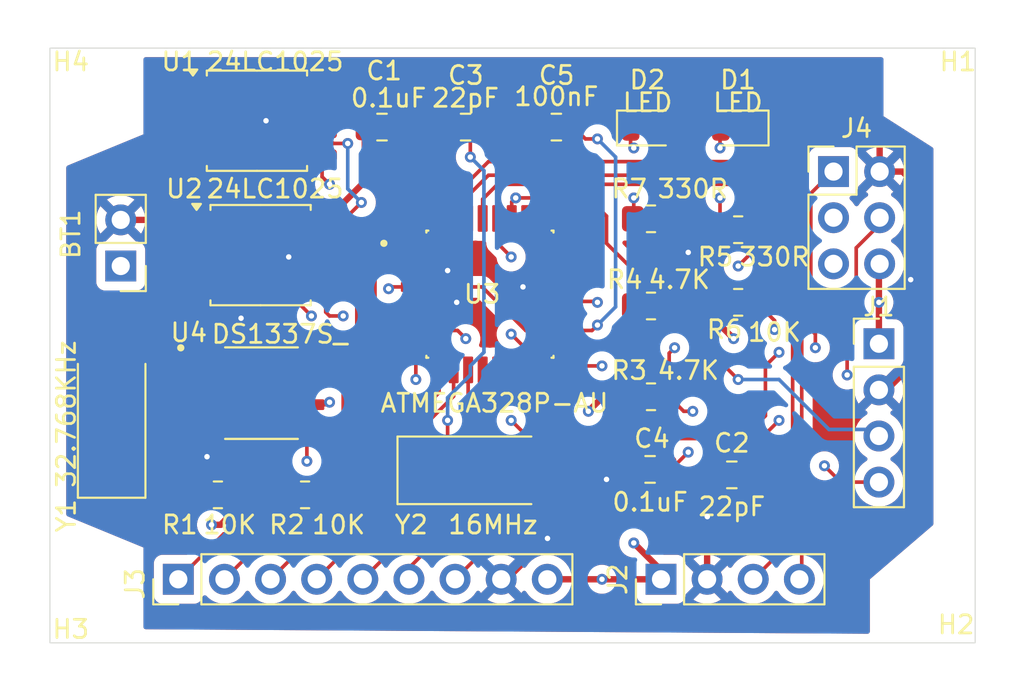
<source format=kicad_pcb>
(kicad_pcb (version 20241229) (generator "pcbnew") (generator_version "9.0")
  (title_block (title "MCU Datalogger") (date "2025-09-15") (company "Prtm"))
  (layers (0 "F.Cu" mixed) (4 "In1.Cu" mixed) (6 "In2.Cu" mixed) (2 "B.Cu" mixed) (13 "F.Paste" user) (15 "B.Paste" user) (5 "F.SilkS" user "F.Silkscreen") (7 "B.SilkS" user "B.Silkscreen") (1 "F.Mask" user) (3 "B.Mask" user) (25 "Edge.Cuts" user))
  (net 0 "")
  (net 1 "Net-(BT1-+)")
  (net 2 "GND")
  (net 3 "/VCC")
  (net 4 "Net-(U3-PB6)")
  (net 5 "Net-(U3-PB7)")
  (net 6 "Net-(U3-AREF)")
  (net 7 "Net-(D1-A)")
  (net 8 "Net-(D2-K)")
  (net 9 "Net-(U4-~{INTA})")
  (net 10 "Net-(U4-SQW{slash}~INT)")
  (net 11 "/SCK")
  (net 12 "/SDA")
  (net 13 "/RESET")
  (net 17 "/TX")
  (net 19 "/D4")
  (net 21 "/D7")
  (net 22 "/D6")
  (net 24 "/MOSI")
  (net 28 "/D8")
  (net 29 "/D3")
  (net 30 "/D5")
  (net 31 "/RX")
  (net 32 "/MISO")
  (net 33 "/D2")
  (net 34 "Net-(U4-X1)")
  (net 35 "Net-(U4-X2)")
  (footprint "Package_SO:SOIC-8_5.3x5.3mm_P1.27mm" (layer "F.Cu") (at 1952.75 2089)
    (property "Reference" "U1")
    (property "Value" "24LC1025")
  )
  (footprint "Connector_PinHeader_2.54mm:PinHeader_1x02_P2.54mm_Vertical" (layer "F.Cu") (at 1945.25 2097 180)
    (property "Reference" "BT1")
    (property "Value" "Battery")
  )
  (footprint "footprint:SOIC127P600X175-8N" (layer "F.Cu") (at 1953 2104)
    (property "Reference" "U4")
    (property "Value" "DS1337S_")
  )
  (footprint "Capacitor_SMD:C_0805_2012Metric" (layer "F.Cu") (at 1974.4 2108.2 180)
    (property "Reference" "C4")
    (property "Value" "0.1uF")
  )
  (footprint "Capacitor_SMD:C_0805_2012Metric" (layer "F.Cu") (at 1978.9 2108.5 180)
    (property "Reference" "C2")
    (property "Value" "22pF")
  )
  (footprint "MountingHole:MountingHole_2.1mm" (layer "F.Cu") (at 1943.75 2115.25)
    (property "Reference" "H3")
    (property "Value" "MountingHole")
  )
  (footprint "Capacitor_SMD:C_0805_2012Metric" (layer "F.Cu") (at 1964.2375 2089.35)
    (property "Reference" "C3")
    (property "Value" "22pF")
  )
  (footprint "MountingHole:MountingHole_2.1mm" (layer "F.Cu") (at 1989.75 2115.25)
    (property "Reference" "H2")
    (property "Value" "MountingHole")
  )
  (footprint "Package_SO:SOIC-8_5.3x5.3mm_P1.27mm" (layer "F.Cu") (at 1952.95 2096.4)
    (property "Reference" "U2")
    (property "Value" "24LC1025")
  )
  (footprint "Connector_PinHeader_2.54mm:PinHeader_1x04_P2.54mm_Vertical" (layer "F.Cu") (at 1987 2101.28)
    (property "Reference" "J1")
    (property "Value" "Conn_01x04_Pin")
  )
  (footprint "Resistor_SMD:R_0805_2012Metric_Pad1.20x1.40mm_HandSolder" (layer "F.Cu") (at 1974.45 2104.2)
    (property "Reference" "R3")
    (property "Value" "4.7K")
  )
  (footprint "Resistor_SMD:R_0805_2012Metric_Pad1.20x1.40mm_HandSolder" (layer "F.Cu") (at 1974.45 2099.2)
    (property "Reference" "R4")
    (property "Value" "4.7K")
  )
  (footprint "MountingHole:MountingHole_2.1mm" (layer "F.Cu") (at 1943.75 2087.5 90)
    (property "Reference" "H4")
    (property "Value" "MountingHole")
  )
  (footprint "Crystal:Crystal_SMD_5032-2Pin_5.0x3.2mm_HandSoldering" (layer "F.Cu") (at 1965.1 2108.25)
    (property "Reference" "Y2")
    (property "Value" "16MHz")
  )
  (footprint "Resistor_SMD:R_0805_2012Metric_Pad1.20x1.40mm_HandSolder" (layer "F.Cu") (at 1974.45 2094.4)
    (property "Reference" "R7")
    (property "Value" "330R")
  )
  (footprint "LED_SMD:LED_0805_2012Metric" (layer "F.Cu") (at 1979.2375 2089.4 180)
    (property "Reference" "D1")
    (property "Value" "LED")
  )
  (footprint "footprint:QFP80P900X900X120-32N" (layer "F.Cu") (at 1965.58 2098.55)
    (property "Reference" "U3")
    (property "Value" "ATMEGA328P-AU")
  )
  (footprint "Connector_PinHeader_2.54mm:PinHeader_1x09_P2.54mm_Vertical" (layer "F.Cu") (at 1948.42 2114.25 90)
    (property "Reference" "J3")
    (property "Value" "Conn_01x09_Pin")
  )
  (footprint "Resistor_SMD:R_0805_2012Metric_Pad1.20x1.40mm_HandSolder" (layer "F.Cu") (at 1955.4 2109.6)
    (property "Reference" "R2")
    (property "Value" "10K")
  )
  (footprint "Capacitor_SMD:C_0805_2012Metric" (layer "F.Cu") (at 1959.6375 2089.35)
    (property "Reference" "C1")
    (property "Value" "0.1uF")
  )
  (footprint "LED_SMD:LED_0805_2012Metric" (layer "F.Cu") (at 1974.2625 2089.4)
    (property "Reference" "D2")
    (property "Value" "LED")
  )
  (footprint "MountingHole:MountingHole_2.1mm" (layer "F.Cu") (at 1989.75 2087.5 180)
    (property "Reference" "H1")
    (property "Value" "MountingHole")
  )
  (footprint "Capacitor_SMD:C_0805_2012Metric" (layer "F.Cu") (at 1969.2375 2089.35 180)
    (property "Reference" "C5")
    (property "Value" "100nF")
  )
  (footprint "Connector_PinHeader_2.54mm:PinHeader_2x03_P2.54mm_Vertical" (layer "F.Cu") (at 1984.5 2091.8)
    (property "Reference" "J4")
    (property "Value" "Conn_02x03_Odd_Even")
  )
  (footprint "Resistor_SMD:R_0805_2012Metric_Pad1.20x1.40mm_HandSolder" (layer "F.Cu") (at 1979.25 2099)
    (property "Reference" "R6")
    (property "Value" "10K")
  )
  (footprint "Connector_PinHeader_2.54mm:PinHeader_1x04_P2.54mm_Vertical" (layer "F.Cu") (at 1975 2114.25 90)
    (property "Reference" "J2")
    (property "Value" "Conn_01x04_Pin")
  )
  (footprint "Resistor_SMD:R_0805_2012Metric_Pad1.20x1.40mm_HandSolder" (layer "F.Cu") (at 1979.25 2095)
    (property "Reference" "R5")
    (property "Value" "330R")
  )
  (footprint "Resistor_SMD:R_0805_2012Metric_Pad1.20x1.40mm_HandSolder" (layer "F.Cu") (at 1950.6 2109.6 180)
    (property "Reference" "R1")
    (property "Value" "10K")
  )
  (footprint "Crystal:Crystal_SMD_5032-2Pin_5.0x3.2mm_HandSoldering" (layer "F.Cu") (at 1944.75 2105.15 90)
    (property "Reference" "Y1")
    (property "Value" "32.768KHz")
  )
  (gr_rect (start 1941.35 2085) (end 1992.3 2117.75) (stroke (width 0.05)) (fill no) (layer "Edge.Cuts"))
  (segment (start 1971.2 2100.55) (end 1971.5 2100.25) (width 0.2) (layer "F.Cu") (net 1))
  (segment (start 1970.8375 2090) (end 1970.1875 2089.35) (width 0.2) (layer "F.Cu") (net 1))
  (segment (start 1961.41 2098.15) (end 1965.15 2098.15) (width 0.2) (layer "F.Cu") (net 1))
  (segment (start 1971.5 2090) (end 1970.8375 2090) (width 0.2) (layer "F.Cu") (net 1))
  (segment (start 1965.15 2098.15) (end 1967.55 2100.55) (width 0.2) (layer "F.Cu") (net 1))
  (segment (start 1961.41 2098.15) (end 1960.1 2098.15) (width 0.2) (layer "F.Cu") (net 1))
  (segment (start 1969.75 2100.55) (end 1971.2 2100.55) (width 0.2) (layer "F.Cu") (net 1))
  (segment (start 1960.1 2098.15) (end 1960 2098.25) (width 0.2) (layer "F.Cu") (net 1))
  (segment (start 1970.1875 2089.35) (end 1970.1875 2088.0625) (width 0.2) (layer "F.Cu") (net 1))
  (segment (start 1970.1875 2088.0625) (end 1970.5 2087.75) (width 0.2) (layer "F.Cu") (net 1))
  (segment (start 1967.55 2100.55) (end 1969.75 2100.55) (width 0.2) (layer "F.Cu") (net 1))
  (segment (start 1974.5 2087.75) (end 1975.2 2088.45) (width 0.2) (layer "F.Cu") (net 1))
  (segment (start 1975.2 2088.45) (end 1975.2 2089.4) (width 0.2) (layer "F.Cu") (net 1))
  (segment (start 1970.5 2087.75) (end 1974.5 2087.75) (width 0.2) (layer "F.Cu") (net 1))
  (via (at 1971.5 2100.25) (size 0.6) (drill 0.3) (layers "F.Cu" "B.Cu") (net 1))
  (via (at 1960 2098.25) (size 0.6) (drill 0.3) (layers "F.Cu" "B.Cu") (net 1))
  (via (at 1971.5 2090) (size 0.6) (drill 0.3) (layers "F.Cu" "B.Cu") (net 1))
  (segment (start 1972.5 2099.25) (end 1972.5 2091) (width 0.2) (layer "B.Cu") (net 1))
  (segment (start 1971.5 2100.25) (end 1972.5 2099.25) (width 0.2) (layer "B.Cu") (net 1))
  (segment (start 1972.5 2091) (end 1971.5 2090) (width 0.2) (layer "B.Cu") (net 1))
  (segment (start 1963.2875 2089.35) (end 1963.2875 2088.2125) (width 0.35) (layer "F.Cu") (net 2))
  (segment (start 1975.45 2094.4) (end 1975.45 2095.2) (width 0.35) (layer "F.Cu") (net 2))
  (segment (start 1960.5875 2089.35) (end 1963.2875 2089.35) (width 0.35) (layer "F.Cu") (net 2))
  (segment (start 1951.345 2090.905) (end 1953.25 2089) (width 0.35) (layer "F.Cu") (net 2))
  (segment (start 1977.54 2110.81) (end 1977.54 2114.25) (width 0.35) (layer "F.Cu") (net 2))
  (segment (start 1980.575 2089) (end 1985.75 2089) (width 0.35) (layer "F.Cu") (net 2))
  (segment (start 1966.5 2114.25) (end 1968.75 2112) (width 0.35) (layer "F.Cu") (net 2))
  (segment (start 1968.2875 2088.5375) (end 1968.2875 2089.35) (width 0.35) (layer "F.Cu") (net 2))
  (segment (start 1945.25 2094.46) (end 1946.96 2094.46) (width 0.35) (layer "F.Cu") (net 2))
  (segment (start 1961.41 2098.95) (end 1963.7 2098.95) (width 0.35) (layer "F.Cu") (net 2))
  (segment (start 1954.375 2087.875) (end 1954.25 2087.75) (width 0.35) (layer "F.Cu") (net 2))
  (segment (start 1977.55 2110.8) (end 1977.54 2110.81) (width 0.35) (layer "F.Cu") (net 2))
  (segment (start 1960.5875 2086.5875) (end 1960.5875 2089.35) (width 0.35) (layer "F.Cu") (net 2))
  (segment (start 1955.235 2095.765) (end 1956.5375 2095.765) (width 0.35) (layer "F.Cu") (net 2))
  (segment (start 1956.3375 2088.365) (end 1954.865 2088.365) (width 0.35) (layer "F.Cu") (net 2))
  (segment (start 1987.43 2103.82) (end 1987 2103.82) (width 0.35) (layer "F.Cu") (net 2))
  (segment (start 1973.45 2108.05) (end 1973.5 2108) (width 0.35) (layer "F.Cu") (net 2))
  (segment (start 1980.175 2089.4) (end 1980.575 2089) (width 0.35) (layer "F.Cu") (net 2))
  (segment (start 1954.75 2085.75) (end 1959.75 2085.75) (width 0.35) (layer "F.Cu") (net 2))
  (segment (start 1975.45 2095.2) (end 1976.5 2096.25) (width 0.35) (layer "F.Cu") (net 2))
  (segment (start 1963.75 2087.75) (end 1967.5 2087.75) (width 0.35) (layer "F.Cu") (net 2))
  (segment (start 1988.75 2092.25) (end 1988.75 2097.75) (width 0.35) (layer "F.Cu") (net 2))
  (segment (start 1963.7 2098.95) (end 1963.75 2099) (width 0.35) (layer "F.Cu") (net 2))
  (segment (start 1946.96 2094.46) (end 1947.875 2095.375) (width 0.35) (layer "F.Cu") (net 2))
  (segment (start 1966.2 2114.25) (end 1966.5 2114.25) (width 0.35) (layer "F.Cu") (net 2))
  (segment (start 1988.75 2102.5) (end 1987.43 2103.82) (width 0.35) (layer "F.Cu") (net 2))
  (segment (start 1987.04 2091.8) (end 1988.3 2091.8) (width 0.35) (layer "F.Cu") (net 2))
  (segment (start 1967.5 2087.75) (end 1968.2875 2088.5375) (width 0.35) (layer "F.Cu") (net 2))
  (segment (start 1954.5 2096.5) (end 1955.235 2095.765) (width 0.35) (layer "F.Cu") (net 2))
  (segment (start 1949.1625 2090.905) (end 1951.345 2090.905) (width 0.35) (layer "F.Cu") (net 2))
  (segment (start 1954.25 2086.25) (end 1954.75 2085.75) (width 0.35) (layer "F.Cu") (net 2))
  (segment (start 1985.75 2089) (end 1987.04 2090.29) (width 0.35) (layer "F.Cu") (net 2))
  (segment (start 1950.525 2105.905) (end 1950.525 2106.975) (width 0.35) (layer "F.Cu") (net 2))
  (segment (start 1973.45 2108.2) (end 1972.55 2108.2) (width 0.35) (layer "F.Cu") (net 2))
  (segment (start 1973.45 2108.2) (end 1973.45 2108.05) (width 0.35) (layer "F.Cu") (net 2))
  (segment (start 1963.15 2097.35) (end 1963.25 2097.25) (width 0.35) (layer "F.Cu") (net 2))
  (segment (start 1948.555 2098.305) (end 1949.3625 2098.305) (width 0.35) (layer "F.Cu") (net 2))
  (segment (start 1950.525 2106.975) (end 1950 2107.5) (width 0.35) (layer "F.Cu") (net 2))
  (segment (start 1954.25 2087.75) (end 1954.25 2086.25) (width 0.35) (layer "F.Cu") (net 2))
  (segment (start 1948.265 2095.765) (end 1949.3625 2095.765) (width 0.35) (layer "F.Cu") (net 2))
  (segment (start 1988.75 2097.75) (end 1988.75 2102.5) (width 0.35) (layer "F.Cu") (net 2))
  (segment (start 1972.55 2108.2) (end 1972 2108.75) (width 0.35) (layer "F.Cu") (net 2))
  (segment (start 1959.75 2085.75) (end 1960.5875 2086.5875) (width 0.35) (layer "F.Cu") (net 2))
  (segment (start 1947.875 2097.625) (end 1948.555 2098.305) (width 0.35) (layer "F.Cu") (net 2))
  (segment (start 1949.3625 2098.305) (end 1950.305 2098.305) (width 0.35) (layer "F.Cu") (net 2))
  (segment (start 1947.875 2095.375) (end 1947.875 2097.625) (width 0.35) (layer "F.Cu") (net 2))
  (segment (start 1953.25 2089) (end 1954.375 2087.875) (width 0.35) (layer "F.Cu") (net 2))
  (segment (start 1961.41 2097.35) (end 1963.15 2097.35) (width 0.35) (layer "F.Cu") (net 2))
  (segment (start 1954.865 2088.365) (end 1954.375 2087.875) (width 0.35) (layer "F.Cu") (net 2))
  (segment (start 1963.2875 2088.2125) (end 1963.75 2087.75) (width 0.35) (layer "F.Cu") (net 2))
  (segment (start 1967.4 2098.15) (end 1969.75 2098.15) (width 0.35) (layer "F.Cu") (net 2))
  (segment (start 1950.305 2098.305) (end 1951.875 2099.875) (width 0.35) (layer "F.Cu") (net 2))
  (segment (start 1987.04 2090.29) (end 1987.04 2091.8) (width 0.35) (layer "F.Cu") (net 2))
  (segment (start 1947.875 2095.375) (end 1948.265 2095.765) (width 0.35) (layer "F.Cu") (net 2))
  (segment (start 1979.85 2108.5) (end 1977.55 2110.8) (width 0.35) (layer "F.Cu") (net 2))
  (segment (start 1988.3 2091.8) (end 1988.75 2092.25) (width 0.35) (layer "F.Cu") (net 2))
  (via (at 1963.25 2097.25) (size 0.6) (drill 0.3) (layers "F.Cu" "B.Cu") (net 2))
  (via (at 1963.75 2099) (size 0.6) (drill 0.3) (layers "F.Cu" "B.Cu") (net 2))
  (via (at 1967.4 2098.15) (size 0.6) (drill 0.3) (layers "F.Cu" "B.Cu") (net 2))
  (via (at 1950 2107.5) (size 0.6) (drill 0.3) (layers "F.Cu" "B.Cu") (net 2))
  (via (at 1976.5 2096.25) (size 0.6) (drill 0.3) (layers "F.Cu" "B.Cu") (net 2))
  (via (at 1968.75 2112) (size 0.6) (drill 0.3) (layers "F.Cu" "B.Cu") (net 2))
  (via (at 1977.55 2110.8) (size 0.6) (drill 0.3) (layers "F.Cu" "B.Cu") (net 2))
  (via (at 1988.75 2097.75) (size 0.6) (drill 0.3) (layers "F.Cu" "B.Cu") (net 2))
  (via (at 1972 2108.75) (size 0.6) (drill 0.3) (layers "F.Cu" "B.Cu") (net 2))
  (via (at 1953.25 2089) (size 0.6) (drill 0.3) (layers "F.Cu" "B.Cu") (net 2))
  (via (at 1951.875 2099.875) (size 0.6) (drill 0.3) (layers "F.Cu" "B.Cu") (net 2))
  (via (at 1954.5 2096.5) (size 0.6) (drill 0.3) (layers "F.Cu" "B.Cu") (net 2))
  (segment (start 1948.365 2089.635) (end 1947.75 2090.25) (width 0.35) (layer "F.Cu") (net 3))
  (segment (start 1950.75 2111.25) (end 1950.25 2111.25) (width 0.35) (layer "F.Cu") (net 3))
  (segment (start 1954.4 2107.65) (end 1953.5 2106.75) (width 0.35) (layer "F.Cu") (net 3))
  (segment (start 1971.8 2104.2) (end 1971 2105) (width 0.35) (layer "F.Cu") (net 3))
  (segment (start 1955.255 2094.495) (end 1956.5375 2094.495) (width 0.35) (layer "F.Cu") (net 3))
  (segment (start 1956.3375 2087.095) (end 1958.155 2087.095) (width 0.35) (layer "F.Cu") (net 3))
  (segment (start 1947.75 2092.75) (end 1949.3625 2094.3625) (width 0.35) (layer "F.Cu") (net 3))
  (segment (start 1975 2113.75) (end 1973.5 2112.25) (width 0.35) (layer "F.Cu") (net 3))
  (segment (start 1954.4 2109.6) (end 1954.4 2107.65) (width 0.35) (layer "F.Cu") (net 3))
  (segment (start 1958.6875 2092.345) (end 1958.6875 2089.35) (width 0.35) (layer "F.Cu") (net 3))
  (segment (start 1950.995 2094.495) (end 1949.3625 2094.495) (width 0.35) (layer "F.Cu") (net 3))
  (segment (start 1958.25 2087) (end 1958.6875 2087.4375) (width 0.35) (layer "F.Cu") (net 3))
  (segment (start 1951 2111) (end 1950.75 2111.25) (width 0.35) (layer "F.Cu") (net 3))
  (segment (start 1975 2114.25) (end 1975 2113.75) (width 0.35) (layer "F.Cu") (net 3))
  (segment (start 1958.155 2087.095) (end 1958.25 2087) (width 0.35) (layer "F.Cu") (net 3))
  (segment (start 1951.5 2095) (end 1954.75 2095) (width 0.35) (layer "F.Cu") (net 3))
  (segment (start 1958.6875 2087.4375) (end 1958.6875 2089.35) (width 0.35) (layer "F.Cu") (net 3))
  (segment (start 1978.25 2099) (end 1978.25 2100.25) (width 0.35) (layer "F.Cu") (net 3))
  (segment (start 1973.45 2104.2) (end 1971.8 2104.2) (width 0.35) (layer "F.Cu") (net 3))
  (segment (start 1949.3625 2094.3625) (end 1949.3625 2094.495) (width 0.35) (layer "F.Cu") (net 3))
  (segment (start 1951.6 2110.4) (end 1951 2111) (width 0.35) (layer "F.Cu") (net 3))
  (segment (start 1949.1625 2087.095) (end 1949.1625 2088.365) (width 0.35) (layer "F.Cu") (net 3))
  (segment (start 1953.75 2105.5) (end 1953.75 2102.25) (width 0.35) (layer "F.Cu") (net 3))
  (segment (start 1971.75 2114.25) (end 1975 2114.25) (width 0.35) (layer "F.Cu") (net 3))
  (segment (start 1955.475 2101.545) (end 1955.475 2102.095) (width 0.35) (layer "F.Cu") (net 3))
  (segment (start 1968.74 2114.25) (end 1971.75 2114.25) (width 0.35) (layer "F.Cu") (net 3))
  (segment (start 1953.75 2102.25) (end 1954 2102) (width 0.35) (layer "F.Cu") (net 3))
  (segment (start 1949.1625 2089.635) (end 1948.365 2089.635) (width 0.35) (layer "F.Cu") (net 3))
  (segment (start 1956.5375 2094.495) (end 1958.6875 2092.345) (width 0.35) (layer "F.Cu") (net 3))
  (segment (start 1954 2102) (end 1954.095 2102.095) (width 0.35) (layer "F.Cu") (net 3))
  (segment (start 1951.5 2095) (end 1950.995 2094.495) (width 0.35) (layer "F.Cu") (net 3))
  (segment (start 1949.1625 2088.365) (end 1949.1625 2089.635) (width 0.35) (layer "F.Cu") (net 3))
  (segment (start 1949.3625 2097.035) (end 1950.965 2097.035) (width 0.35) (layer "F.Cu") (net 3))
  (segment (start 1987 2101.28) (end 1987 2099) (width 0.35) (layer "F.Cu") (net 3))
  (segment (start 1973.45 2099.2) (end 1973.45 2104.2) (width 0.35) (layer "F.Cu") (net 3))
  (segment (start 1951.6 2109.6) (end 1954.4 2109.6) (width 0.35) (layer "F.Cu") (net 3))
  (segment (start 1953.5 2106.75) (end 1953.5 2105.75) (width 0.35) (layer "F.Cu") (net 3))
  (segment (start 1951.6 2109.6) (end 1951.6 2110.4) (width 0.35) (layer "F.Cu") (net 3))
  (segment (start 1987 2096.92) (end 1987.04 2096.88) (width 0.35) (layer "F.Cu") (net 3))
  (segment (start 1951.5 2096.5) (end 1951.5 2095) (width 0.35) (layer "F.Cu") (net 3))
  (segment (start 1950.965 2097.035) (end 1955.475 2101.545) (width 0.35) (layer "F.Cu") (net 3))
  (segment (start 1954.75 2095) (end 1955.255 2094.495) (width 0.35) (layer "F.Cu") (net 3))
  (segment (start 1953.5 2105.75) (end 1953.75 2105.5) (width 0.35) (layer "F.Cu") (net 3))
  (segment (start 1950.965 2097.035) (end 1951.5 2096.5) (width 0.35) (layer "F.Cu") (net 3))
  (segment (start 1947.75 2090.25) (end 1947.75 2092.75) (width 0.35) (layer "F.Cu") (net 3))
  (segment (start 1978.25 2100.25) (end 1979 2101) (width 0.35) (layer "F.Cu") (net 3))
  (segment (start 1987 2099) (end 1987 2096.92) (width 0.35) (layer "F.Cu") (net 3))
  (segment (start 1954.095 2102.095) (end 1955.475 2102.095) (width 0.35) (layer "F.Cu") (net 3))
  (via (at 1950.25 2111.25) (size 0.6) (drill 0.3) (layers "F.Cu" "B.Cu") (net 3))
  (via (at 1971.75 2114.25) (size 0.6) (drill 0.3) (layers "F.Cu" "B.Cu") (net 3))
  (via (at 1979 2101) (size 0.6) (drill 0.3) (layers "F.Cu" "B.Cu") (net 3))
  (via (at 1987 2099) (size 0.6) (drill 0.3) (layers "F.Cu" "B.Cu") (net 3))
  (via (at 1971 2105) (size 0.6) (drill 0.3) (layers "F.Cu" "B.Cu") (net 3))
  (via (at 1973.5 2112.25) (size 0.6) (drill 0.3) (layers "F.Cu" "B.Cu") (net 3))
  (segment (start 1961.41 2100.55) (end 1963.8 2100.55) (width 0.2) (layer "F.Cu") (net 4))
  (segment (start 1967.5 2110) (end 1968.5 2111) (width 0.2) (layer "F.Cu") (net 4))
  (segment (start 1967.7 2108.25) (end 1967.5 2108.45) (width 0.2) (layer "F.Cu") (net 4))
  (segment (start 1976.25 2111) (end 1977.95 2109.3) (width 0.2) (layer "F.Cu") (net 4))
  (segment (start 1968.5 2111) (end 1976.25 2111) (width 0.2) (layer "F.Cu") (net 4))
  (segment (start 1977.95 2109.3) (end 1977.95 2108.5) (width 0.2) (layer "F.Cu") (net 4))
  (segment (start 1963.8 2100.55) (end 1964.25 2101) (width 0.2) (layer "F.Cu") (net 4))
  (segment (start 1967.5 2108.45) (end 1967.5 2110) (width 0.2) (layer "F.Cu") (net 4))
  (segment (start 1966.75 2105.5) (end 1967.7 2106.45) (width 0.2) (layer "F.Cu") (net 4))
  (segment (start 1967.7 2106.45) (end 1967.7 2108.25) (width 0.2) (layer "F.Cu") (net 4))
  (via (at 1964.25 2101) (size 0.6) (drill 0.3) (layers "F.Cu" "B.Cu") (net 4))
  (via (at 1966.75 2105.5) (size 0.6) (drill 0.3) (layers "F.Cu" "B.Cu") (net 4))
  (segment (start 1961.5 2103.25) (end 1961.5 2101.44) (width 0.2) (layer "F.Cu") (net 5))
  (segment (start 1961.5 2101.44) (end 1961.41 2101.35) (width 0.2) (layer "F.Cu") (net 5))
  (segment (start 1964.5 2090.0375) (end 1965.1875 2089.35) (width 0.2) (layer "F.Cu") (net 5))
  (segment (start 1963.25 2107.5) (end 1963.25 2105.5) (width 0.2) (layer "F.Cu") (net 5))
  (segment (start 1962.5 2108.25) (end 1963.25 2107.5) (width 0.2) (layer "F.Cu") (net 5))
  (segment (start 1964.5 2091) (end 1964.5 2090.0375) (width 0.2) (layer "F.Cu") (net 5))
  (via (at 1963.25 2105.5) (size 0.6) (drill 0.3) (layers "F.Cu" "B.Cu") (net 5))
  (via (at 1964.5 2091) (size 0.6) (drill 0.3) (layers "F.Cu" "B.Cu") (net 5))
  (via (at 1961.5 2103.25) (size 0.6) (drill 0.3) (layers "F.Cu" "B.Cu") (net 5))
  (segment (start 1964.5 2103) (end 1964.5 2102.5) (width 0.2) (layer "B.Cu") (net 5))
  (segment (start 1963.25 2104.25) (end 1964.5 2103) (width 0.2) (layer "B.Cu") (net 5))
  (segment (start 1965.25 2091.75) (end 1964.5 2091) (width 0.2) (layer "B.Cu") (net 5))
  (segment (start 1964.5 2102.5) (end 1965.25 2101.75) (width 0.2) (layer "B.Cu") (net 5))
  (segment (start 1965.25 2101.75) (end 1965.25 2091.75) (width 0.2) (layer "B.Cu") (net 5))
  (segment (start 1963.25 2105.5) (end 1963.25 2104.25) (width 0.2) (layer "B.Cu") (net 5))
  (segment (start 1976.5 2107.25) (end 1975.55 2108.2) (width 0.2) (layer "F.Cu") (net 6))
  (segment (start 1969.75 2098.95) (end 1971.45 2098.95) (width 0.2) (layer "F.Cu") (net 6))
  (segment (start 1971.45 2098.95) (end 1971.5 2099) (width 0.2) (layer "F.Cu") (net 6))
  (segment (start 1975.55 2108.2) (end 1975.35 2108.2) (width 0.2) (layer "F.Cu") (net 6))
  (via (at 1976.5 2107.25) (size 0.6) (drill 0.3) (layers "F.Cu" "B.Cu") (net 6))
  (via (at 1971.5 2099) (size 0.6) (drill 0.3) (layers "F.Cu" "B.Cu") (net 6))
  (segment (start 1978.25 2093.25) (end 1978.25 2095) (width 0.2) (layer "F.Cu") (net 7))
  (segment (start 1978.3 2089.4) (end 1978.25 2089.45) (width 0.2) (layer "F.Cu") (net 7))
  (segment (start 1978.25 2089.45) (end 1978.25 2090.5) (width 0.2) (layer "F.Cu") (net 7))
  (via (at 1978.25 2090.5) (size 0.6) (drill 0.3) (layers "F.Cu" "B.Cu") (net 7))
  (via (at 1978.25 2093.25) (size 0.6) (drill 0.3) (layers "F.Cu" "B.Cu") (net 7))
  (segment (start 1973.5 2093.25) (end 1973.5 2094.35) (width 0.2) (layer "F.Cu") (net 8))
  (segment (start 1973.325 2089.4) (end 1973.325 2090.325) (width 0.2) (layer "F.Cu") (net 8))
  (segment (start 1973.325 2090.325) (end 1973.5 2090.5) (width 0.2) (layer "F.Cu") (net 8))
  (segment (start 1973.5 2094.35) (end 1973.45 2094.4) (width 0.2) (layer "F.Cu") (net 8))
  (via (at 1973.5 2093.25) (size 0.6) (drill 0.3) (layers "F.Cu" "B.Cu") (net 8))
  (via (at 1973.5 2090.5) (size 0.6) (drill 0.3) (layers "F.Cu" "B.Cu") (net 8))
  (segment (start 1950.525 2104.635) (end 1949.115 2104.635) (width 0.2) (layer "F.Cu") (net 9))
  (segment (start 1948.75 2108.75) (end 1949.6 2109.6) (width 0.2) (layer "F.Cu") (net 9))
  (segment (start 1949.115 2104.635) (end 1948.75 2105) (width 0.2) (layer "F.Cu") (net 9))
  (segment (start 1948.75 2105) (end 1948.75 2108.75) (width 0.2) (layer "F.Cu") (net 9))
  (segment (start 1956.4 2109.6) (end 1957.5 2108.5) (width 0.2) (layer "F.Cu") (net 10))
  (segment (start 1957.115 2103.365) (end 1955.475 2103.365) (width 0.2) (layer "F.Cu") (net 10))
  (segment (start 1957.5 2108.5) (end 1957.5 2103.75) (width 0.2) (layer "F.Cu") (net 10))
  (segment (start 1957.5 2103.75) (end 1957.115 2103.365) (width 0.2) (layer "F.Cu") (net 10))
  (segment (start 1970.9 2102.5) (end 1971.75 2102.5) (width 0.2) (layer "F.Cu") (net 11))
  (segment (start 1956.5375 2097.035) (end 1957.465 2097.035) (width 0.2) (layer "F.Cu") (net 11))
  (segment (start 1966.75 2100.75) (end 1967.35 2101.35) (width 0.2) (layer "F.Cu") (net 11))
  (segment (start 1987 2108.9) (end 1984.9 2108.9) (width 0.2) (layer "F.Cu") (net 11))
  (segment (start 1975.45 2101.8) (end 1975.75 2101.5) (width 0.2) (layer "F.Cu") (net 11))
  (segment (start 1957.75 2096.75) (end 1957.75 2094.25) (width 0.2) (layer "F.Cu") (net 11))
  (segment (start 1965.98 2094.38) (end 1965.98 2095.73) (width 0.2) (layer "F.Cu") (net 11))
  (segment (start 1957.75 2094.25) (end 1958.5 2093.5) (width 0.2) (layer "F.Cu") (net 11))
  (segment (start 1976.75 2105) (end 1976.25 2105) (width 0.2) (layer "F.Cu") (net 11))
  (segment (start 1955 2099) (end 1955 2097.5) (width 0.2) (layer "F.Cu") (net 11))
  (segment (start 1967.35 2101.35) (end 1969.75 2101.35) (width 0.2) (layer "F.Cu") (net 11))
  (segment (start 1956.9525 2090.25) (end 1956.3375 2089.635) (width 0.2) (layer "F.Cu") (net 11))
  (segment (start 1965.98 2095.73) (end 1966.75 2096.5) (width 0.2) (layer "F.Cu") (net 11))
  (segment (start 1975.45 2104.2) (end 1975.45 2101.8) (width 0.2) (layer "F.Cu") (net 11))
  (segment (start 1969.75 2101.35) (end 1970.9 2102.5) (width 0.2) (layer "F.Cu") (net 11))
  (segment (start 1957.465 2097.035) (end 1957.75 2096.75) (width 0.2) (layer "F.Cu") (net 11))
  (segment (start 1955 2097.5) (end 1955.465 2097.035) (width 0.2) (layer "F.Cu") (net 11))
  (segment (start 1976.25 2105) (end 1975.45 2104.2) (width 0.2) (layer "F.Cu") (net 11))
  (segment (start 1956.615 2104.635) (end 1956.75 2104.5) (width 0.2) (layer "F.Cu") (net 11))
  (segment (start 1979.25 2097) (end 1980.25 2096) (width 0.2) (layer "F.Cu") (net 11))
  (segment (start 1980.25 2096) (end 1980.25 2095) (width 0.2) (layer "F.Cu") (net 11))
  (segment (start 1955.75 2099.75) (end 1955 2099) (width 0.2) (layer "F.Cu") (net 11))
  (segment (start 1957.75 2090.25) (end 1956.9525 2090.25) (width 0.2) (layer "F.Cu") (net 11))
  (segment (start 1984.9 2108.9) (end 1984 2108) (width 0.2) (layer "F.Cu") (net 11))
  (segment (start 1955.475 2104.635) (end 1956.615 2104.635) (width 0.2) (layer "F.Cu") (net 11))
  (segment (start 1955.465 2097.035) (end 1956.5375 2097.035) (width 0.2) (layer "F.Cu") (net 11))
  (via (at 1966.75 2100.75) (size 0.6) (drill 0.3) (layers "F.Cu" "B.Cu") (net 11))
  (via (at 1966.75 2096.5) (size 0.6) (drill 0.3) (layers "F.Cu" "B.Cu") (net 11))
  (via (at 1958.5 2093.5) (size 0.6) (drill 0.3) (layers "F.Cu" "B.Cu") (net 11))
  (via (at 1971.75 2102.5) (size 0.6) (drill 0.3) (layers "F.Cu" "B.Cu") (net 11))
  (via (at 1984 2108) (size 0.6) (drill 0.3) (layers "F.Cu" "B.Cu") (net 11))
  (via (at 1956.75 2104.5) (size 0.6) (drill 0.3) (layers "F.Cu" "B.Cu") (net 11))
  (via (at 1979.25 2097) (size 0.6) (drill 0.3) (layers "F.Cu" "B.Cu") (net 11))
  (via (at 1976.75 2105) (size 0.6) (drill 0.3) (layers "F.Cu" "B.Cu") (net 11))
  (via (at 1955.75 2099.75) (size 0.6) (drill 0.3) (layers "F.Cu" "B.Cu") (net 11))
  (via (at 1975.75 2101.5) (size 0.6) (drill 0.3) (layers "F.Cu" "B.Cu") (net 11))
  (via (at 1957.75 2090.25) (size 0.6) (drill 0.3) (layers "F.Cu" "B.Cu") (net 11))
  (segment (start 1957.75 2092.75) (end 1957.75 2090.25) (width 0.2) (layer "B.Cu") (net 11))
  (segment (start 1958.5 2093.5) (end 1957.75 2092.75) (width 0.2) (layer "B.Cu") (net 11))
  (segment (start 1972 2094.25) (end 1972 2095.75) (width 0.2) (layer "F.Cu") (net 12))
  (segment (start 1956.5375 2099.5375) (end 1956.5375 2098.305) (width 0.2) (layer "F.Cu") (net 12))
  (segment (start 1957.5 2099.75) (end 1956.75 2099.75) (width 0.2) (layer "F.Cu") (net 12))
  (segment (start 1967 2093.25) (end 1971 2093.25) (width 0.2) (layer "F.Cu") (net 12))
  (segment (start 1956.75 2099.75) (end 1956.5375 2099.5375) (width 0.2) (layer "F.Cu") (net 12))
  (segment (start 1966.78 2093.47) (end 1967 2093.25) (width 0.2) (layer "F.Cu") (net 12))
  (segment (start 1956.3375 2092.0875) (end 1956.75 2092.5) (width 0.2) (layer "F.Cu") (net 12))
  (segment (start 1956.3375 2090.905) (end 1956.3375 2092.0875) (width 0.2) (layer "F.Cu") (net 12))
  (segment (start 1971 2093.25) (end 1972 2094.25) (width 0.2) (layer "F.Cu") (net 12))
  (segment (start 1975.45 2099.45) (end 1979.25 2103.25) (width 0.2) (layer "F.Cu") (net 12))
  (segment (start 1955.475 2105.905) (end 1955.5 2105.93) (width 0.2) (layer "F.Cu") (net 12))
  (segment (start 1966.78 2094.38) (end 1966.78 2093.47) (width 0.2) (layer "F.Cu") (net 12))
  (segment (start 1975.45 2099.2) (end 1975.45 2099.45) (width 0.2) (layer "F.Cu") (net 12))
  (segment (start 1955.5 2105.93) (end 1955.5 2107.75) (width 0.2) (layer "F.Cu") (net 12))
  (segment (start 1972 2095.75) (end 1975.45 2099.2) (width 0.2) (layer "F.Cu") (net 12))
  (via (at 1956.75 2092.5) (size 0.6) (drill 0.3) (layers "F.Cu" "B.Cu") (net 12))
  (via (at 1955.5 2107.75) (size 0.6) (drill 0.3) (layers "F.Cu" "B.Cu") (net 12))
  (via (at 1979.25 2103.25) (size 0.6) (drill 0.3) (layers "F.Cu" "B.Cu") (net 12))
  (via (at 1957.5 2099.75) (size 0.6) (drill 0.3) (layers "F.Cu" "B.Cu") (net 12))
  (via (at 1967 2093.25) (size 0.6) (drill 0.3) (layers "F.Cu" "B.Cu") (net 12))
  (segment (start 1979.25 2103.25) (end 1981.5 2103.25) (width 0.2) (layer "B.Cu") (net 12))
  (segment (start 1981.5 2103.25) (end 1984.25 2106) (width 0.2) (layer "B.Cu") (net 12))
  (segment (start 1986.64 2106) (end 1987 2106.36) (width 0.2) (layer "B.Cu") (net 12))
  (segment (start 1984.25 2106) (end 1986.64 2106) (width 0.2) (layer "B.Cu") (net 12))
  (segment (start 1965.18 2094.38) (end 1965.18 2093.32) (width 0.2) (layer "F.Cu") (net 13))
  (segment (start 1965.18 2093.32) (end 1966 2092.5) (width 0.2) (layer "F.Cu") (net 13))
  (segment (start 1980.5 2092.5) (end 1981.75 2093.75) (width 0.2) (layer "F.Cu") (net 13))
  (segment (start 1981.75 2093.75) (end 1981.75 2098.75) (width 0.2) (layer "F.Cu") (net 13))
  (segment (start 1981.25 2100) (end 1980.25 2099) (width 0.2) (layer "F.Cu") (net 13))
  (segment (start 1981.5 2099) (end 1980.25 2099) (width 0.2) (layer "F.Cu") (net 13))
  (segment (start 1966 2092.5) (end 1980.5 2092.5) (width 0.2) (layer "F.Cu") (net 13))
  (segment (start 1981.25 2100.5) (end 1981.25 2100) (width 0.2) (layer "F.Cu") (net 13))
  (segment (start 1981.75 2098.75) (end 1981.5 2099) (width 0.2) (layer "F.Cu") (net 13))
  (via (at 1981.25 2100.5) (size 0.6) (drill 0.3) (layers "F.Cu" "B.Cu") (net 13))
  (segment (start 1982.75 2092.5) (end 1982.75 2114.12) (width 0.2) (layer "F.Cu") (net 17))
  (segment (start 1982.75 2114.12) (end 1982.62 2114.25) (width 0.2) (layer "F.Cu") (net 17))
  (segment (start 1963.58 2094.38) (end 1963.58 2093.17) (width 0.2) (layer "F.Cu") (net 17))
  (segment (start 1965.5 2091.25) (end 1981.5 2091.25) (width 0.2) (layer "F.Cu") (net 17))
  (segment (start 1981.5 2091.25) (end 1982.75 2092.5) (width 0.2) (layer "F.Cu") (net 17))
  (segment (start 1963.58 2093.17) (end 1965.5 2091.25) (width 0.2) (layer "F.Cu") (net 17))
  (segment (start 1953.5 2114.25) (end 1956 2111.75) (width 0.2) (layer "F.Cu") (net 19))
  (segment (start 1957.75 2111.75) (end 1959.25 2110.25) (width 0.2) (layer "F.Cu") (net 19))
  (segment (start 1956 2111.75) (end 1957.75 2111.75) (width 0.2) (layer "F.Cu") (net 19))
  (segment (start 1959.25 2097.25) (end 1959.95 2096.55) (width 0.2) (layer "F.Cu") (net 19))
  (segment (start 1959.25 2110.25) (end 1959.25 2097.25) (width 0.2) (layer "F.Cu") (net 19))
  (segment (start 1959.95 2096.55) (end 1961.41 2096.55) (width 0.2) (layer "F.Cu") (net 19))
  (segment (start 1961.12 2113.63) (end 1964.75 2110) (width 0.2) (layer "F.Cu") (net 21))
  (segment (start 1964.38 2104.63) (end 1964.38 2102.72) (width 0.2) (layer "F.Cu") (net 21))
  (segment (start 1961.12 2114.25) (end 1961.12 2113.63) (width 0.2) (layer "F.Cu") (net 21))
  (segment (start 1964.75 2110) (end 1964.75 2105) (width 0.2) (layer "F.Cu") (net 21))
  (segment (start 1964.75 2105) (end 1964.38 2104.63) (width 0.2) (layer "F.Cu") (net 21))
  (segment (start 1958.58 2114.25) (end 1960.25 2112.58) (width 0.2) (layer "F.Cu") (net 22))
  (segment (start 1960.25 2106.75) (end 1961 2106.75) (width 0.2) (layer "F.Cu") (net 22))
  (segment (start 1963.58 2104.17) (end 1963.58 2102.72) (width 0.2) (layer "F.Cu") (net 22))
  (segment (start 1961 2106.75) (end 1963.58 2104.17) (width 0.2) (layer "F.Cu") (net 22))
  (segment (start 1960.25 2112.58) (end 1960.25 2106.75) (width 0.2) (layer "F.Cu") (net 22))
  (segment (start 1985.25 2098.5) (end 1985.75 2098) (width 0.2) (layer "F.Cu") (net 24))
  (segment (start 1969 2106.5) (end 1980.5 2106.5) (width 0.2) (layer "F.Cu") (net 24))
  (segment (start 1980.5 2106.5) (end 1981.5 2105.5) (width 0.2) (layer "F.Cu") (net 24))
  (segment (start 1985.75 2098) (end 1985.75 2096) (width 0.2) (layer "F.Cu") (net 24))
  (segment (start 1985.25 2103) (end 1985.25 2098.5) (width 0.2) (layer "F.Cu") (net 24))
  (segment (start 1985.75 2096) (end 1987.04 2094.71) (width 0.2) (layer "F.Cu") (net 24))
  (segment (start 1987.04 2094.71) (end 1987.04 2094.34) (width 0.2) (layer "F.Cu") (net 24))
  (segment (start 1967.58 2102.72) (end 1967.58 2105.08) (width 0.2) (layer "F.Cu") (net 24))
  (segment (start 1967.58 2105.08) (end 1969 2106.5) (width 0.2) (layer "F.Cu") (net 24))
  (via (at 1981.5 2105.5) (size 0.6) (drill 0.3) (layers "F.Cu" "B.Cu") (net 24))
  (via (at 1985.25 2103) (size 0.6) (drill 0.3) (layers "F.Cu" "B.Cu") (net 24))
  (segment (start 1965.25 2102.79) (end 1965.18 2102.72) (width 0.2) (layer "F.Cu") (net 28))
  (segment (start 1965.25 2112.66) (end 1965.25 2102.79) (width 0.2) (layer "F.Cu") (net 28))
  (segment (start 1963.66 2114.25) (end 1965.25 2112.66) (width 0.2) (layer "F.Cu") (net 28))
  (segment (start 1961.41 2095.75) (end 1959.25 2095.75) (width 0.2) (layer "F.Cu") (net 29))
  (segment (start 1957.565464 2111.25) (end 1953.96 2111.25) (width 0.2) (layer "F.Cu") (net 29))
  (segment (start 1958.75 2110.065464) (end 1957.565464 2111.25) (width 0.2) (layer "F.Cu") (net 29))
  (segment (start 1953.96 2111.25) (end 1950.96 2114.25) (width 0.2) (layer "F.Cu") (net 29))
  (segment (start 1959.25 2095.75) (end 1958.75 2096.25) (width 0.2) (layer "F.Cu") (net 29))
  (segment (start 1958.75 2096.25) (end 1958.75 2110.065464) (width 0.2) (layer "F.Cu") (net 29))
  (segment (start 1956.04 2114.25) (end 1959.75 2110.54) (width 0.2) (layer "F.Cu") (net 30))
  (segment (start 1959.75 2110.54) (end 1959.75 2105.75) (width 0.2) (layer "F.Cu") (net 30))
  (segment (start 1961 2104.5) (end 1962.25 2104.5) (width 0.2) (layer "F.Cu") (net 30))
  (segment (start 1959.75 2105.75) (end 1961 2104.5) (width 0.2) (layer "F.Cu") (net 30))
  (segment (start 1962.25 2104.5) (end 1962.78 2103.97) (width 0.2) (layer "F.Cu") (net 30))
  (segment (start 1962.78 2103.97) (end 1962.78 2102.72) (width 0.2) (layer "F.Cu") (net 30))
  (segment (start 1980.08 2114.25) (end 1982.25 2112.08) (width 0.2) (layer "F.Cu") (net 31))
  (segment (start 1982.25 2112.08) (end 1982.25 2093) (width 0.2) (layer "F.Cu") (net 31))
  (segment (start 1982.25 2093) (end 1981.25 2092) (width 0.2) (layer "F.Cu") (net 31))
  (segment (start 1981.25 2092) (end 1965.5 2092) (width 0.2) (layer "F.Cu") (net 31))
  (segment (start 1964.38 2093.12) (end 1964.38 2094.38) (width 0.2) (layer "F.Cu") (net 31))
  (segment (start 1965.5 2092) (end 1964.38 2093.12) (width 0.2) (layer "F.Cu") (net 31))
  (segment (start 1984.5 2091.8) (end 1984.8 2091.8) (width 0.2) (layer "F.Cu") (net 32))
  (segment (start 1984.45 2091.8) (end 1983.25 2093) (width 0.2) (layer "F.Cu") (net 32))
  (segment (start 1983.25 2093) (end 1983.25 2100.5) (width 0.2) (layer "F.Cu") (net 32))
  (segment (start 1980.75 2102.5) (end 1980.75 2105.25) (width 0.2) (layer "F.Cu") (net 32))
  (segment (start 1968.38 2105.314314) (end 1968.38 2102.72) (width 0.2) (layer "F.Cu") (net 32))
  (segment (start 1969.032843 2105.967157) (end 1968.38 2105.314314) (width 0.2) (layer "F.Cu") (net 32))
  (segment (start 1980.75 2105.25) (end 1980.032843 2105.967157) (width 0.2) (layer "F.Cu") (net 32))
  (segment (start 1983.5 2100.75) (end 1983.5 2101.5) (width 0.2) (layer "F.Cu") (net 32))
  (segment (start 1984.5 2091.8) (end 1984.45 2091.8) (width 0.2) (layer "F.Cu") (net 32))
  (segment (start 1983.25 2100.5) (end 1983.5 2100.75) (width 0.2) (layer "F.Cu") (net 32))
  (segment (start 1981.5 2101.75) (end 1980.75 2102.5) (width 0.2) (layer "F.Cu") (net 32))
  (segment (start 1980.032843 2105.967157) (end 1969.032843 2105.967157) (width 0.2) (layer "F.Cu") (net 32))
  (via (at 1981.5 2101.75) (size 0.6) (drill 0.3) (layers "F.Cu" "B.Cu") (net 32))
  (via (at 1983.5 2101.5) (size 0.6) (drill 0.3) (layers "F.Cu" "B.Cu") (net 32))
  (segment (start 1958.25 2110) (end 1958.25 2095.75) (width 0.2) (layer "F.Cu") (net 33))
  (segment (start 1957.5 2110.75) (end 1958.25 2110) (width 0.2) (layer "F.Cu") (net 33))
  (segment (start 1959.5 2094.5) (end 1962.66 2094.5) (width 0.2) (layer "F.Cu") (net 33))
  (segment (start 1950.92 2111.75) (end 1952.25 2111.75) (width 0.2) (layer "F.Cu") (net 33))
  (segment (start 1952.25 2111.75) (end 1953.25 2110.75) (width 0.2) (layer "F.Cu") (net 33))
  (segment (start 1958.25 2095.75) (end 1959.5 2094.5) (width 0.2) (layer "F.Cu") (net 33))
  (segment (start 1962.66 2094.5) (end 1962.78 2094.38) (width 0.2) (layer "F.Cu") (net 33))
  (segment (start 1953.25 2110.75) (end 1957.5 2110.75) (width 0.2) (layer "F.Cu") (net 33))
  (segment (start 1948.42 2114.25) (end 1950.92 2111.75) (width 0.2) (layer "F.Cu") (net 33))
  (segment (start 1944.75 2102.55) (end 1948.45 2102.55) (width 0.2) (layer "F.Cu") (net 34))
  (segment (start 1948.45 2102.55) (end 1948.905 2102.095) (width 0.2) (layer "F.Cu") (net 34))
  (segment (start 1948.905 2102.095) (end 1950.525 2102.095) (width 0.2) (layer "F.Cu") (net 34))
  (segment (start 1948.25 2106.75) (end 1948.25 2104.25) (width 0.2) (layer "F.Cu") (net 35))
  (segment (start 1947.25 2107.75) (end 1948.25 2106.75) (width 0.2) (layer "F.Cu") (net 35))
  (segment (start 1949.135 2103.365) (end 1950.525 2103.365) (width 0.2) (layer "F.Cu") (net 35))
  (segment (start 1944.75 2107.75) (end 1947.25 2107.75) (width 0.2) (layer "F.Cu") (net 35))
  (segment (start 1948.25 2104.25) (end 1949.135 2103.365) (width 0.2) (layer "F.Cu") (net 35))
  (zone (net 2) (net_name "GND") (layers "F.Cu" "B.Cu") (connect_pads (clearance 0.5)) (min_thickness 0.25) (fill yes (thermal_gap 0.5) (thermal_bridge_width 0.5))
    (polygon (pts (xy 1987.25 2085.25) (xy 1987.25 2088.75) (xy 1990 2090.5) (xy 1990 2111.25) (xy 1986.5 2114.25) (xy 1986.5 2117.25) (xy 1946.5 2117) (xy 1946.5 2112.5) (xy 1942.25 2110.75) (xy 1942.25 2091.5) (xy 1946.5 2089.75) (xy 1946.5 2085.5)))
  )
)
</source>
